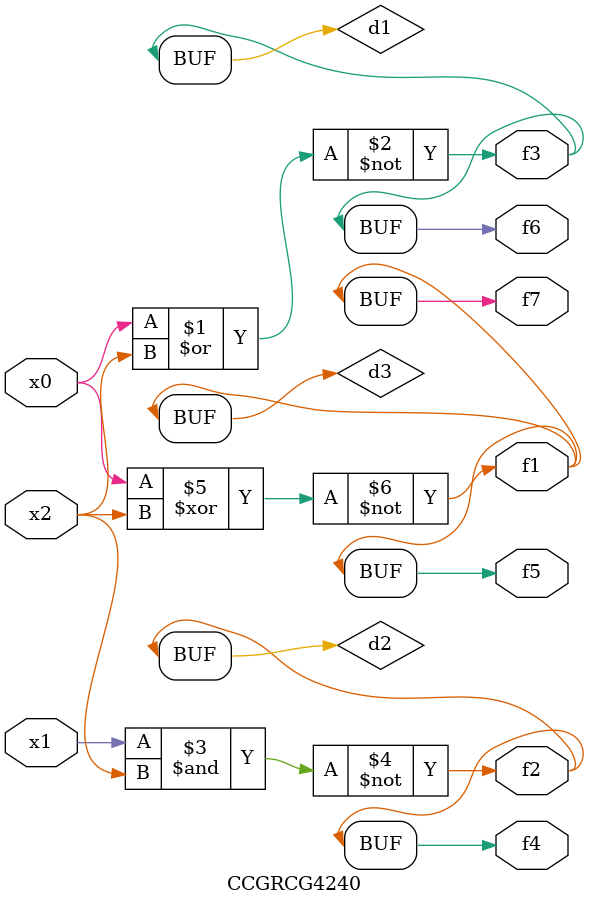
<source format=v>
module CCGRCG4240(
	input x0, x1, x2,
	output f1, f2, f3, f4, f5, f6, f7
);

	wire d1, d2, d3;

	nor (d1, x0, x2);
	nand (d2, x1, x2);
	xnor (d3, x0, x2);
	assign f1 = d3;
	assign f2 = d2;
	assign f3 = d1;
	assign f4 = d2;
	assign f5 = d3;
	assign f6 = d1;
	assign f7 = d3;
endmodule

</source>
